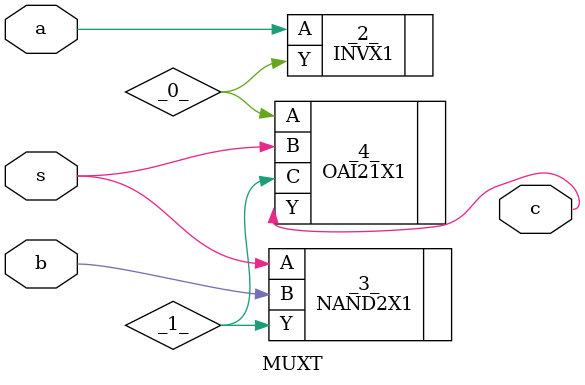
<source format=v>
/* Generated by Yosys 0.23+25 (git sha1 13e4f343b, x86_64-w64-mingw32-g++ 9.2.1 -Os) */

module MAC(NBART, clk, rst, a, b, d);
  wire CK;
  input NBART;
  wire NBART;
  wire [3:0] R1;
  wire [3:0] R2;
  wire _0_;
  wire _10_;
  wire _11_;
  wire [3:0] _12_;
  wire _1_;
  wire _2_;
  wire _3_;
  wire _4_;
  wire _5_;
  wire _6_;
  wire _7_;
  wire _8_;
  wire _9_;
  wire _MUX0_;
  wire _MUX10_;
  wire _MUX11_;
  wire _MUX1_;
  wire _MUX2_;
  wire _MUX3_;
  wire _MUX4_;
  wire _MUX5_;
  wire _MUX6_;
  wire _MUX7_;
  wire _MUX8_;
  wire _MUX9_;
  input [3:0] a;
  wire [3:0] a;
  input [3:0] b;
  wire [3:0] b;
  input clk;
  wire clk;
  output [3:0] d;
  wire [3:0] d;
  input rst;
  wire rst;
  MUXT M1 (
    .a(clk),
    .b(CK),
    .c(_MUX0_),
    .s(NBART)
  );
  MUXT M10 (
    .a(clk),
    .b(CK),
    .c(_MUX9_),
    .s(NBART)
  );
  MUXT M11 (
    .a(clk),
    .b(CK),
    .c(_MUX10_),
    .s(NBART)
  );
  MUXT M12 (
    .a(clk),
    .b(CK),
    .c(_MUX11_),
    .s(NBART)
  );
  MUXT M2 (
    .a(clk),
    .b(CK),
    .c(_MUX1_),
    .s(NBART)
  );
  MUXT M3 (
    .a(clk),
    .b(CK),
    .c(_MUX2_),
    .s(NBART)
  );
  MUXT M4 (
    .a(clk),
    .b(CK),
    .c(_MUX3_),
    .s(NBART)
  );
  MUXT M5 (
    .a(clk),
    .b(CK),
    .c(_MUX4_),
    .s(NBART)
  );
  MUXT M6 (
    .a(clk),
    .b(CK),
    .c(_MUX5_),
    .s(NBART)
  );
  MUXT M7 (
    .a(clk),
    .b(CK),
    .c(_MUX6_),
    .s(NBART)
  );
  MUXT M8 (
    .a(clk),
    .b(CK),
    .c(_MUX7_),
    .s(NBART)
  );
  MUXT M9 (
    .a(clk),
    .b(CK),
    .c(_MUX8_),
    .s(NBART)
  );
  INVX1 _13_ (
    .A(CK),
    .Y(_0_)
  );
  NAND2X1 _14_ (
    .A(R1[0]),
    .B(R2[0]),
    .Y(_2_)
  );
  XOR2X1 _15_ (
    .A(R1[1]),
    .B(R2[1]),
    .Y(_3_)
  );
  XNOR2X1 _16_ (
    .A(_3_),
    .B(_2_),
    .Y(_12_[1])
  );
  NAND2X1 _17_ (
    .A(R1[1]),
    .B(R2[1]),
    .Y(_4_)
  );
  NOR2X1 _18_ (
    .A(R2[1]),
    .B(R1[1]),
    .Y(_5_)
  );
  OAI21X1 _19_ (
    .A(_5_),
    .B(_2_),
    .C(_4_),
    .Y(_6_)
  );
  XOR2X1 _20_ (
    .A(R1[2]),
    .B(R2[2]),
    .Y(_7_)
  );
  XOR2X1 _21_ (
    .A(_6_),
    .B(_7_),
    .Y(_12_[2])
  );
  AND2X2 _22_ (
    .A(R1[2]),
    .B(R2[2]),
    .Y(_8_)
  );
  AOI21X1 _23_ (
    .A(_7_),
    .B(_6_),
    .C(_8_),
    .Y(_9_)
  );
  XOR2X1 _24_ (
    .A(R1[3]),
    .B(R2[3]),
    .Y(_10_)
  );
  XNOR2X1 _25_ (
    .A(_9_),
    .B(_10_),
    .Y(_12_[3])
  );
  XOR2X1 _26_ (
    .A(R1[0]),
    .B(R2[0]),
    .Y(_11_)
  );
  INVX1 _27_ (
    .A(rst),
    .Y(_1_)
  );
  DFFSR _28_ (
    .CLK(_MUX0_),
    .D(_12_[3]),
    .Q(d[3]),
    .R(_1_),
    .S(1'h1)
  );
  DFFSR _29_ (
    .CLK(_MUX1_),
    .D(b[0]),
    .Q(R2[0]),
    .R(_1_),
    .S(1'h1)
  );
  DFFSR _30_ (
    .CLK(_MUX2_),
    .D(b[1]),
    .Q(R2[1]),
    .R(_1_),
    .S(1'h1)
  );
  DFFSR _31_ (
    .CLK(_MUX3_),
    .D(b[2]),
    .Q(R2[2]),
    .R(_1_),
    .S(1'h1)
  );
  DFFSR _32_ (
    .CLK(_MUX4_),
    .D(b[3]),
    .Q(R2[3]),
    .R(_1_),
    .S(1'h1)
  );
  DFFSR _33_ (
    .CLK(_MUX5_),
    .D(a[0]),
    .Q(R1[0]),
    .R(_1_),
    .S(1'h1)
  );
  DFFSR _34_ (
    .CLK(_MUX6_),
    .D(a[1]),
    .Q(R1[1]),
    .R(_1_),
    .S(1'h1)
  );
  DFFSR _35_ (
    .CLK(_MUX7_),
    .D(a[2]),
    .Q(R1[2]),
    .R(_1_),
    .S(1'h1)
  );
  DFFSR _36_ (
    .CLK(_MUX8_),
    .D(a[3]),
    .Q(R1[3]),
    .R(_1_),
    .S(1'h1)
  );
  DFFSR _37_ (
    .CLK(clk),
    .D(_0_),
    .Q(CK),
    .R(_1_),
    .S(1'h1)
  );
  DFFSR _38_ (
    .CLK(_MUX9_),
    .D(_11_),
    .Q(d[0]),
    .R(_1_),
    .S(1'h1)
  );
  DFFSR _39_ (
    .CLK(_MUX10_),
    .D(_12_[1]),
    .Q(d[1]),
    .R(_1_),
    .S(1'h1)
  );
  DFFSR _40_ (
    .CLK(_MUX11_),
    .D(_12_[2]),
    .Q(d[2]),
    .R(_1_),
    .S(1'h1)
  );
  assign _12_[0] = _11_;
endmodule

module MUXT(a, b, s, c);
  wire _0_;
  wire _1_;
  input a;
  wire a;
  input b;
  wire b;
  output c;
  wire c;
  input s;
  wire s;
  INVX1 _2_ (
    .A(a),
    .Y(_0_)
  );
  NAND2X1 _3_ (
    .A(s),
    .B(b),
    .Y(_1_)
  );
  OAI21X1 _4_ (
    .A(_0_),
    .B(s),
    .C(_1_),
    .Y(c)
  );
endmodule

</source>
